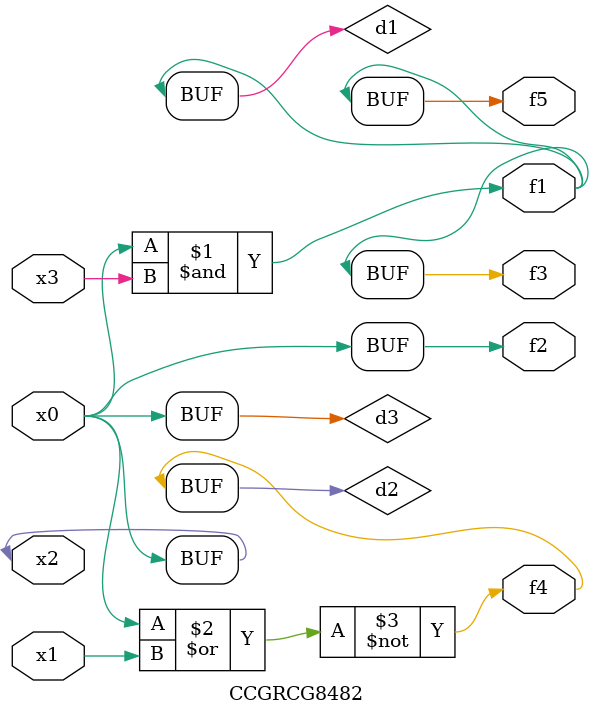
<source format=v>
module CCGRCG8482(
	input x0, x1, x2, x3,
	output f1, f2, f3, f4, f5
);

	wire d1, d2, d3;

	and (d1, x2, x3);
	nor (d2, x0, x1);
	buf (d3, x0, x2);
	assign f1 = d1;
	assign f2 = d3;
	assign f3 = d1;
	assign f4 = d2;
	assign f5 = d1;
endmodule

</source>
